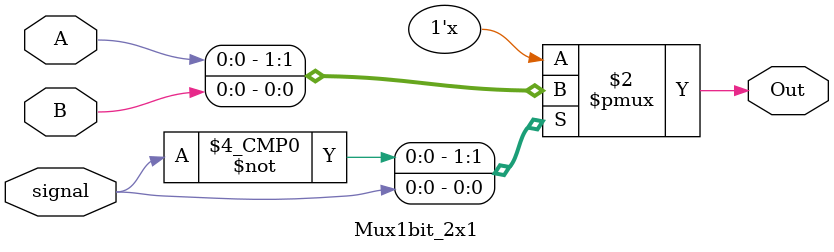
<source format=v>
`timescale 1ns / 1ps

module Mux1bit_2x1(signal, A, B, Out);
    input A, B, signal;
    output reg Out;
    
    always @(*)
    begin
        case(signal)
            1'd0: begin Out <= A; end
            1'd1: begin Out <= B; end
            default: begin Out <= 1'b0; end //error 
        endcase
    end
endmodule

</source>
